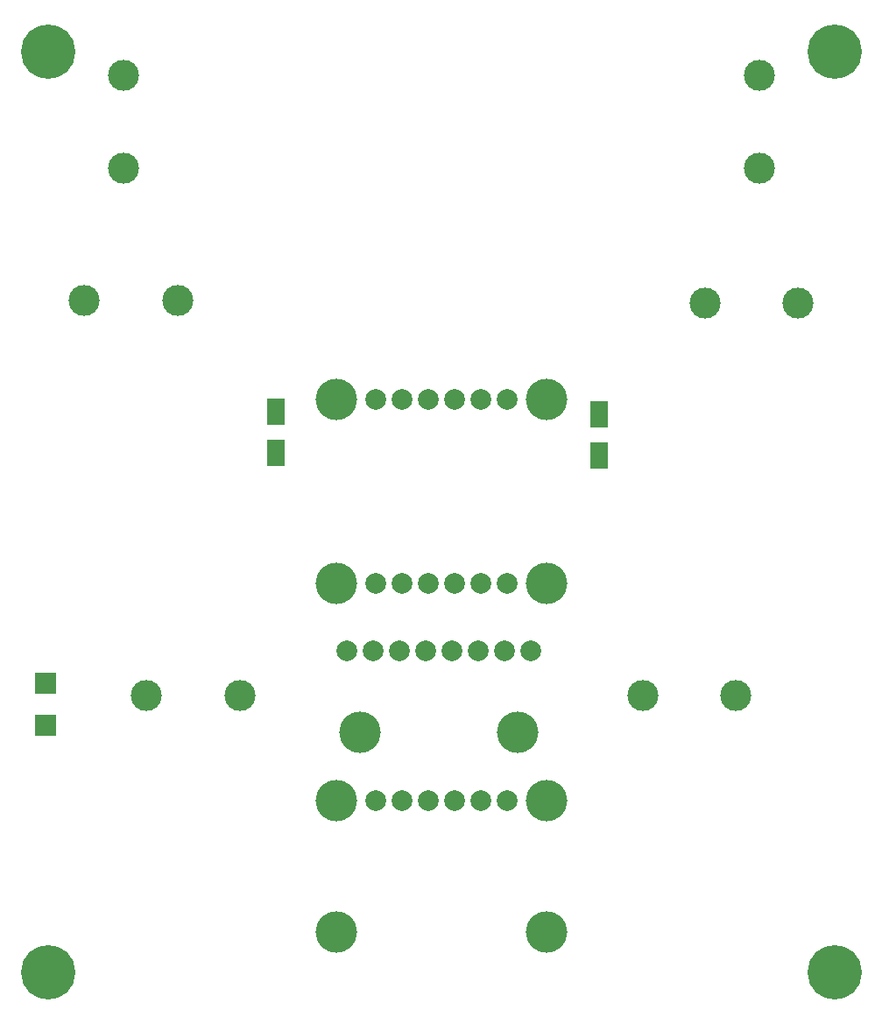
<source format=gbr>
%TF.GenerationSoftware,KiCad,Pcbnew,(5.1.10)-1*%
%TF.CreationDate,2022-06-07T21:34:51-07:00*%
%TF.ProjectId,solar-panel-WithCutout,736f6c61-722d-4706-916e-656c2d576974,1.1*%
%TF.SameCoordinates,Original*%
%TF.FileFunction,Soldermask,Top*%
%TF.FilePolarity,Negative*%
%FSLAX46Y46*%
G04 Gerber Fmt 4.6, Leading zero omitted, Abs format (unit mm)*
G04 Created by KiCad (PCBNEW (5.1.10)-1) date 2022-06-07 21:34:51*
%MOMM*%
%LPD*%
G01*
G04 APERTURE LIST*
%ADD10C,3.000000*%
%ADD11R,2.000000X2.000000*%
%ADD12C,5.250000*%
%ADD13R,1.700000X2.500000*%
%ADD14C,4.000000*%
%ADD15C,2.000000*%
G04 APERTURE END LIST*
D10*
%TO.C,SC6*%
X170000000Y-116500000D03*
X161000000Y-116500000D03*
%TD*%
D11*
%TO.C,J7*%
X103224999Y-119325001D03*
%TD*%
%TO.C,J6*%
X103224999Y-115275001D03*
%TD*%
D12*
%TO.C,J5*%
X179500000Y-143230000D03*
%TD*%
%TO.C,J4*%
X179500000Y-54230000D03*
%TD*%
%TO.C,J3*%
X103500000Y-143230000D03*
%TD*%
%TO.C,J2*%
X103500000Y-54230000D03*
%TD*%
D13*
%TO.C,D2*%
X156750000Y-89250000D03*
X156750000Y-93250000D03*
%TD*%
%TO.C,D1*%
X125500000Y-89000000D03*
X125500000Y-93000000D03*
%TD*%
D14*
%TO.C,U3*%
X148870000Y-120060000D03*
X133630000Y-120060000D03*
D15*
X145060000Y-112186000D03*
X142520000Y-112186000D03*
X150140000Y-112186000D03*
X147600000Y-112186000D03*
X132360000Y-112186000D03*
X134900000Y-112186000D03*
X137440000Y-112186000D03*
X139980000Y-112186000D03*
%TD*%
%TO.C,U2*%
X137690000Y-105640000D03*
X135150000Y-105640000D03*
D14*
X131340000Y-105640000D03*
D15*
X147850000Y-105640000D03*
D14*
X151660000Y-105640000D03*
D15*
X145310000Y-105640000D03*
X142770000Y-105640000D03*
X140230000Y-105640000D03*
D14*
X151660000Y-87860000D03*
D15*
X145310000Y-87860000D03*
X142770000Y-87860000D03*
X147850000Y-87860000D03*
X135150000Y-87860000D03*
X137690000Y-87860000D03*
X140230000Y-87860000D03*
D14*
X131340000Y-87860000D03*
%TD*%
%TO.C,U1*%
X151660000Y-139350000D03*
X131340000Y-139350000D03*
X151660000Y-126650000D03*
D15*
X145310000Y-126650000D03*
X142770000Y-126650000D03*
X147850000Y-126650000D03*
X135150000Y-126650000D03*
X137690000Y-126650000D03*
X140230000Y-126650000D03*
D14*
X131340000Y-126650000D03*
%TD*%
D10*
%TO.C,SC5*%
X176000000Y-78500000D03*
X167000000Y-78500000D03*
%TD*%
%TO.C,SC4*%
X172250000Y-65500000D03*
X172250000Y-56500000D03*
%TD*%
%TO.C,SC3*%
X122000000Y-116500000D03*
X113000000Y-116500000D03*
%TD*%
%TO.C,SC2*%
X116000000Y-78250000D03*
X107000000Y-78250000D03*
%TD*%
%TO.C,SC1*%
X110750000Y-56500000D03*
X110750000Y-65500000D03*
%TD*%
M02*

</source>
